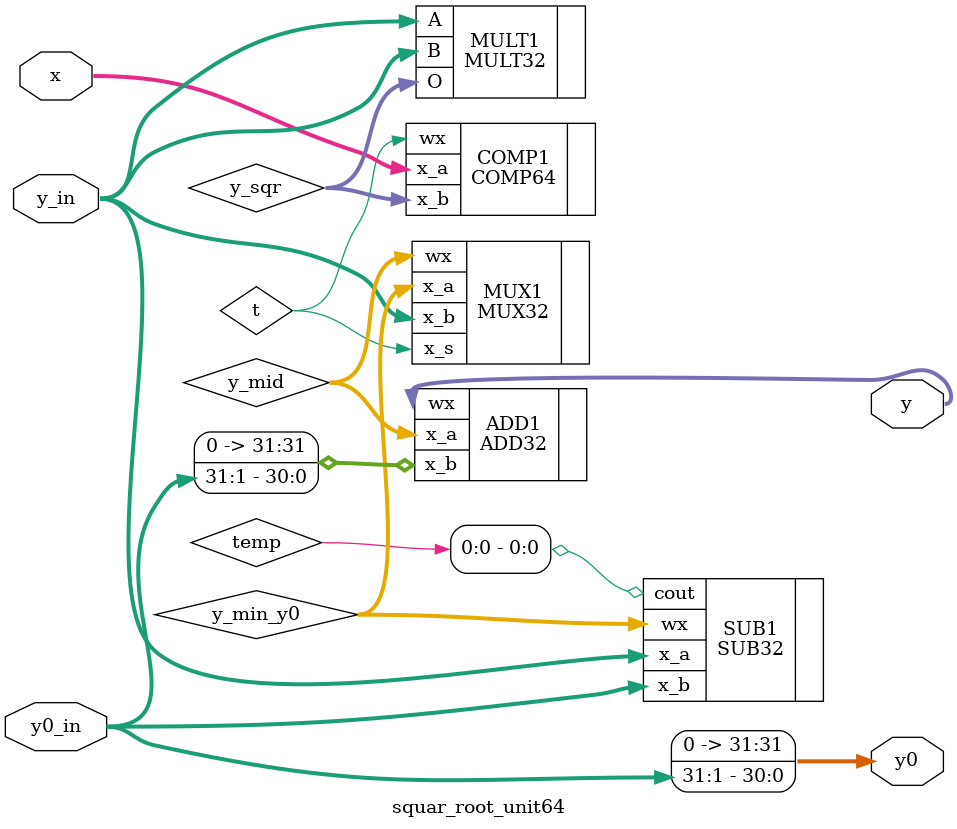
<source format=v>
module square_root_comb64(  //N=64,M=128
	input 			[63:0]		A,
	output			[31:0]	O
	);

	wire	[31:0]	Y[0:128];
	wire	[31:0]	Y0[0:128];

	assign Y[0] = {1'b1,{(31){1'b0}}};
	assign Y0[0] = {1'b1,{(31){1'b0}}};

	assign O = Y[128];

	genvar gv;
	generate
	for (gv = 0; gv < 128; gv = gv + 1)
	begin: sqr_rt
		squar_root_unit64 squar_root_unit64(
			.x(A),
			.y_in(Y[gv]),
			.y0_in(Y0[gv]),
			.y(Y[gv+1]),
			.y0(Y0[gv+1])
);
	end
	endgenerate


endmodule


module squar_root_unit64(
	input		[63:0]		x,
	input	[31:0]	y_in, y0_in,
	output	[31:0]	y, y0
);

	wire 						t;
	wire		[31:0]	y_min_y0, y_mid;
	wire		[63:0]		y_sqr;
	wire		[1:0]		temp;

	//assign	y_sqr = y_in * y_in;
	MULT32 MULT1(.A(y_in), .B(y_in), .O(y_sqr));
	//assign 	t = (y_sqr > x) ? 1 : 0;
	COMP64 COMP1(.x_a(x), .x_b(y_sqr), .wx(t));
	//assign	y_min_y0 = y_in - y0_in;
	SUB32 SUB1 (.x_a(y_in), .x_b(y0_in), .wx(y_min_y0), .cout(temp[0]));
	//assign 	y_mid = t? y_min_y0 : y_in;
	MUX32 MUX1 (.x_a(y_min_y0), .x_b(y_in), .x_s(t), .wx(y_mid));
	assign 	y0 = y0_in >> 1;
	//assign 	y = y_mid + y0;
	ADD32 ADD1 (.x_a(y_mid), .x_b(y0), .wx(y));

endmodule

</source>
